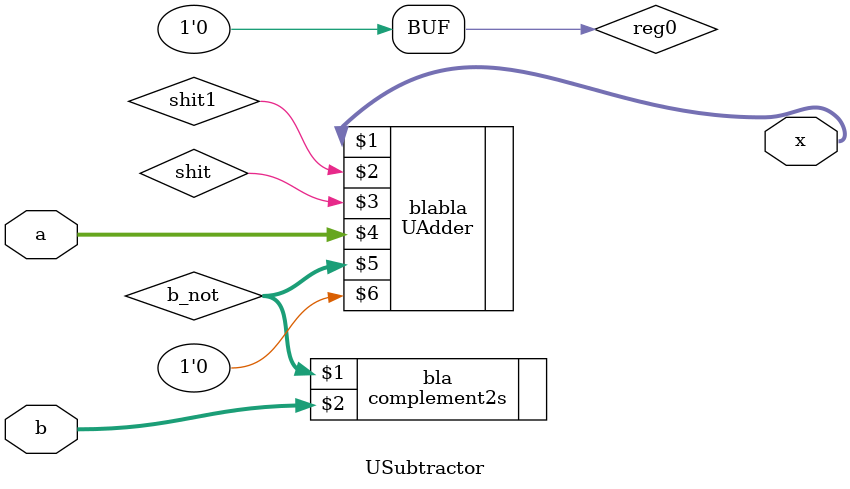
<source format=v>
`include "ALU/Arith/UnSigned/USubtractor/complement2s.v"	
module USubtractor(x , a , b);

input [31:0] a ,b;
output [31:0] x;

reg reg0=1'd0;

wire [31:0]b_not;
wire shit,shit1;

complement2s bla(b_not,b);
UAdder blabla(x ,shit1, shit , a , b_not , reg0);

endmodule


</source>
